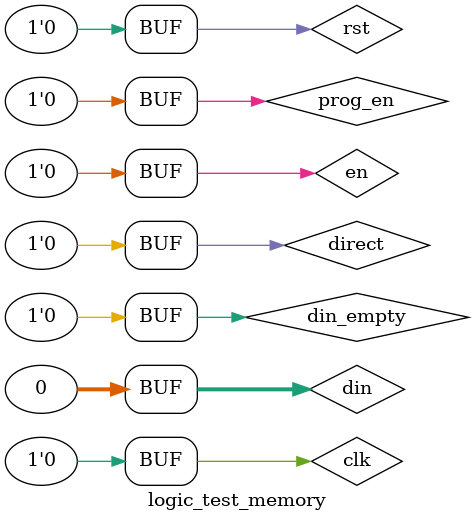
<source format=v>
`timescale 1ns / 1ps


module logic_test_memory;

	// Inputs
	reg clk;
	reg rst;
	reg en;
	reg prog_en;
	reg direct;
	reg din_empty;
	reg [31:0] din;
	reg clk;

	// Outputs
	wire din_wr;
	wire [2:0] ext_cs;
	wire clk_en;
	wire clk_clr;

	// Instantiate the Unit Under Test (UUT)
	MC uut (
		.clk(clk), 
		.rst(rst), 
		.en(en), 
		.prog_en(prog_en), 
		.direct(direct), 
		.din_empty(din_empty), 
		.din_wr(din_wr), 
		.din(din), 
		.ext_cs(ext_cs), 
		.clk_en(clk_en), 
		.clk_clr(clk_clr), 
		.clk(clk)
	);

	initial begin
		// Initialize Inputs
		clk = 0;
		rst = 0;
		en = 0;
		prog_en = 0;
		direct = 0;
		din_empty = 0;
		din = 0;
		clk = 0;

		// Wait 100 ns for global reset to finish
		#100;
        
		// Add stimulus here

	end
      
endmodule


</source>
